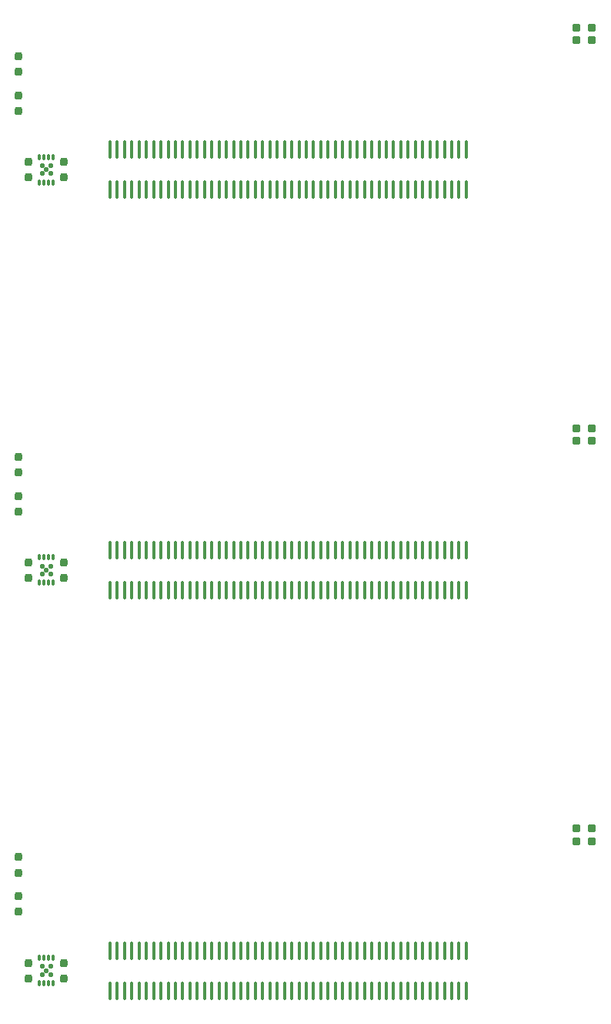
<source format=gtp>
G04 #@! TF.GenerationSoftware,KiCad,Pcbnew,8.0.6*
G04 #@! TF.CreationDate,2024-11-07T02:27:20-08:00*
G04 #@! TF.ProjectId,mse-50-ce-panel,6d73652d-3530-42d6-9365-2d70616e656c,1*
G04 #@! TF.SameCoordinates,Original*
G04 #@! TF.FileFunction,Paste,Top*
G04 #@! TF.FilePolarity,Positive*
%FSLAX46Y46*%
G04 Gerber Fmt 4.6, Leading zero omitted, Abs format (unit mm)*
G04 Created by KiCad (PCBNEW 8.0.6) date 2024-11-07 02:27:20*
%MOMM*%
%LPD*%
G01*
G04 APERTURE LIST*
G04 Aperture macros list*
%AMRoundRect*
0 Rectangle with rounded corners*
0 $1 Rounding radius*
0 $2 $3 $4 $5 $6 $7 $8 $9 X,Y pos of 4 corners*
0 Add a 4 corners polygon primitive as box body*
4,1,4,$2,$3,$4,$5,$6,$7,$8,$9,$2,$3,0*
0 Add four circle primitives for the rounded corners*
1,1,$1+$1,$2,$3*
1,1,$1+$1,$4,$5*
1,1,$1+$1,$6,$7*
1,1,$1+$1,$8,$9*
0 Add four rect primitives between the rounded corners*
20,1,$1+$1,$2,$3,$4,$5,0*
20,1,$1+$1,$4,$5,$6,$7,0*
20,1,$1+$1,$6,$7,$8,$9,0*
20,1,$1+$1,$8,$9,$2,$3,0*%
G04 Aperture macros list end*
%ADD10RoundRect,0.200000X0.200000X-0.250000X0.200000X0.250000X-0.200000X0.250000X-0.200000X-0.250000X0*%
%ADD11RoundRect,0.100000X0.100000X0.900000X-0.100000X0.900000X-0.100000X-0.900000X0.100000X-0.900000X0*%
%ADD12RoundRect,0.125000X0.125000X-0.125000X0.125000X0.125000X-0.125000X0.125000X-0.125000X-0.125000X0*%
%ADD13RoundRect,0.046875X0.103125X-0.253125X0.103125X0.253125X-0.103125X0.253125X-0.103125X-0.253125X0*%
%ADD14RoundRect,0.200000X0.250000X0.200000X-0.250000X0.200000X-0.250000X-0.200000X0.250000X-0.200000X0*%
%ADD15RoundRect,0.200000X-0.200000X0.250000X-0.200000X-0.250000X0.200000X-0.250000X0.200000X0.250000X0*%
%ADD16RoundRect,0.200000X-0.250000X-0.200000X0.250000X-0.200000X0.250000X0.200000X-0.250000X0.200000X0*%
G04 APERTURE END LIST*
D10*
G04 #@! TO.C,C1*
X-70950000Y98152000D03*
X-70950000Y99852000D03*
G04 #@! TD*
D11*
G04 #@! TO.C,J1*
X-62000000Y52802000D03*
X-62000000Y57202000D03*
X-61200000Y52802001D03*
X-61200000Y57201999D03*
X-60400000Y52802000D03*
X-60400000Y57202000D03*
X-59600001Y52802000D03*
X-59600001Y57202000D03*
X-58800000Y52802000D03*
X-58800000Y57202000D03*
X-58000000Y52802000D03*
X-58000000Y57202000D03*
X-57199999Y52802000D03*
X-57199999Y57202000D03*
X-56400000Y52802000D03*
X-56400000Y57202000D03*
X-55600000Y52802001D03*
X-55600000Y57201999D03*
X-54800000Y52802000D03*
X-54800000Y57202000D03*
X-54000000Y52802000D03*
X-54000000Y57202000D03*
X-53200000Y52802000D03*
X-53200000Y57202000D03*
X-52400000Y52802000D03*
X-52400000Y57202000D03*
X-51599999Y52802000D03*
X-51599999Y57202000D03*
X-50800000Y52802000D03*
X-50800000Y57202000D03*
X-50000000Y52802001D03*
X-50000000Y57201999D03*
X-49200000Y52802000D03*
X-49200000Y57202000D03*
X-48400000Y52802000D03*
X-48400000Y57202000D03*
X-47600000Y52802000D03*
X-47600000Y57202000D03*
X-46800000Y52802000D03*
X-46800000Y57202000D03*
X-45999999Y52802000D03*
X-45999999Y57202000D03*
X-45200000Y52802000D03*
X-45200000Y57202000D03*
X-44400000Y52802001D03*
X-44400000Y57201999D03*
X-43600000Y52802000D03*
X-43600000Y57202000D03*
X-42800000Y52802000D03*
X-42800000Y57202000D03*
X-42000000Y52802000D03*
X-42000000Y57202000D03*
X-41200000Y52802000D03*
X-41200000Y57202000D03*
X-40400000Y52802001D03*
X-40400000Y57201999D03*
X-39600000Y52802000D03*
X-39600000Y57202000D03*
X-38800001Y52802000D03*
X-38800001Y57202000D03*
X-38000000Y52802000D03*
X-38000000Y57202000D03*
X-37200000Y52802000D03*
X-37200000Y57202000D03*
X-36400000Y52802000D03*
X-36400000Y57202000D03*
X-35600000Y52802000D03*
X-35600000Y57202000D03*
X-34800000Y52802001D03*
X-34800000Y57201999D03*
X-34000000Y52802000D03*
X-34000000Y57202000D03*
X-33200001Y52802000D03*
X-33200001Y57202000D03*
X-32400000Y52802000D03*
X-32400000Y57202000D03*
X-31600000Y52802000D03*
X-31600000Y57202000D03*
X-30800000Y52802000D03*
X-30800000Y57202000D03*
X-30000000Y52802000D03*
X-30000000Y57202000D03*
X-29200000Y52802001D03*
X-29200000Y57201999D03*
X-28400000Y52802000D03*
X-28400000Y57202000D03*
X-27600001Y52802000D03*
X-27600001Y57202000D03*
X-26800000Y52802000D03*
X-26800000Y57202000D03*
X-26000000Y52802000D03*
X-26000000Y57202000D03*
X-25199999Y52802000D03*
X-25199999Y57202000D03*
X-24400000Y52802000D03*
X-24400000Y57202000D03*
X-23600000Y52802001D03*
X-23600000Y57201999D03*
X-22800000Y52802000D03*
X-22800000Y57202000D03*
G04 #@! TD*
D10*
G04 #@! TO.C,R3*
X-72100000Y17452000D03*
X-72100000Y19152000D03*
G04 #@! TD*
G04 #@! TO.C,R3*
X-72100000Y61452000D03*
X-72100000Y63152000D03*
G04 #@! TD*
D12*
G04 #@! TO.C,U1*
X-69450000Y54552000D03*
X-68550000Y54552000D03*
X-69000000Y55002000D03*
X-69450000Y55452000D03*
X-68550000Y55452000D03*
D13*
X-69750001Y53602000D03*
X-69250000Y53602000D03*
X-68750000Y53602000D03*
X-68249999Y53602000D03*
X-68249999Y56402000D03*
X-68750000Y56402000D03*
X-69250000Y56402000D03*
X-69750001Y56402000D03*
G04 #@! TD*
D10*
G04 #@! TO.C,C1*
X-70950000Y54152000D03*
X-70950000Y55852000D03*
G04 #@! TD*
D14*
G04 #@! TO.C,R4*
X-8950000Y69202000D03*
X-10650000Y69202000D03*
G04 #@! TD*
D15*
G04 #@! TO.C,R2*
X-72100000Y111452000D03*
X-72100000Y109752000D03*
G04 #@! TD*
D16*
G04 #@! TO.C,C2*
X-10650000Y114602000D03*
X-8950000Y114602000D03*
G04 #@! TD*
D10*
G04 #@! TO.C,R1*
X-67050000Y10152000D03*
X-67050000Y11852000D03*
G04 #@! TD*
D16*
G04 #@! TO.C,C2*
X-10650000Y70602000D03*
X-8950000Y70602000D03*
G04 #@! TD*
D10*
G04 #@! TO.C,R3*
X-72100000Y105452000D03*
X-72100000Y107152000D03*
G04 #@! TD*
D11*
G04 #@! TO.C,J1*
X-62000000Y96802000D03*
X-62000000Y101202000D03*
X-61200000Y96802001D03*
X-61200000Y101201999D03*
X-60400000Y96802000D03*
X-60400000Y101202000D03*
X-59600001Y96802000D03*
X-59600001Y101202000D03*
X-58800000Y96802000D03*
X-58800000Y101202000D03*
X-58000000Y96802000D03*
X-58000000Y101202000D03*
X-57199999Y96802000D03*
X-57199999Y101202000D03*
X-56400000Y96802000D03*
X-56400000Y101202000D03*
X-55600000Y96802001D03*
X-55600000Y101201999D03*
X-54800000Y96802000D03*
X-54800000Y101202000D03*
X-54000000Y96802000D03*
X-54000000Y101202000D03*
X-53200000Y96802000D03*
X-53200000Y101202000D03*
X-52400000Y96802000D03*
X-52400000Y101202000D03*
X-51599999Y96802000D03*
X-51599999Y101202000D03*
X-50800000Y96802000D03*
X-50800000Y101202000D03*
X-50000000Y96802001D03*
X-50000000Y101201999D03*
X-49200000Y96802000D03*
X-49200000Y101202000D03*
X-48400000Y96802000D03*
X-48400000Y101202000D03*
X-47600000Y96802000D03*
X-47600000Y101202000D03*
X-46800000Y96802000D03*
X-46800000Y101202000D03*
X-45999999Y96802000D03*
X-45999999Y101202000D03*
X-45200000Y96802000D03*
X-45200000Y101202000D03*
X-44400000Y96802001D03*
X-44400000Y101201999D03*
X-43600000Y96802000D03*
X-43600000Y101202000D03*
X-42800000Y96802000D03*
X-42800000Y101202000D03*
X-42000000Y96802000D03*
X-42000000Y101202000D03*
X-41200000Y96802000D03*
X-41200000Y101202000D03*
X-40400000Y96802001D03*
X-40400000Y101201999D03*
X-39600000Y96802000D03*
X-39600000Y101202000D03*
X-38800001Y96802000D03*
X-38800001Y101202000D03*
X-38000000Y96802000D03*
X-38000000Y101202000D03*
X-37200000Y96802000D03*
X-37200000Y101202000D03*
X-36400000Y96802000D03*
X-36400000Y101202000D03*
X-35600000Y96802000D03*
X-35600000Y101202000D03*
X-34800000Y96802001D03*
X-34800000Y101201999D03*
X-34000000Y96802000D03*
X-34000000Y101202000D03*
X-33200001Y96802000D03*
X-33200001Y101202000D03*
X-32400000Y96802000D03*
X-32400000Y101202000D03*
X-31600000Y96802000D03*
X-31600000Y101202000D03*
X-30800000Y96802000D03*
X-30800000Y101202000D03*
X-30000000Y96802000D03*
X-30000000Y101202000D03*
X-29200000Y96802001D03*
X-29200000Y101201999D03*
X-28400000Y96802000D03*
X-28400000Y101202000D03*
X-27600001Y96802000D03*
X-27600001Y101202000D03*
X-26800000Y96802000D03*
X-26800000Y101202000D03*
X-26000000Y96802000D03*
X-26000000Y101202000D03*
X-25199999Y96802000D03*
X-25199999Y101202000D03*
X-24400000Y96802000D03*
X-24400000Y101202000D03*
X-23600000Y96802001D03*
X-23600000Y101201999D03*
X-22800000Y96802000D03*
X-22800000Y101202000D03*
G04 #@! TD*
D14*
G04 #@! TO.C,R4*
X-8950000Y113202000D03*
X-10650000Y113202000D03*
G04 #@! TD*
D12*
G04 #@! TO.C,U1*
X-69450000Y10552000D03*
X-68550000Y10552000D03*
X-69000000Y11002000D03*
X-69450000Y11452000D03*
X-68550000Y11452000D03*
D13*
X-69750001Y9602000D03*
X-69250000Y9602000D03*
X-68750000Y9602000D03*
X-68249999Y9602000D03*
X-68249999Y12402000D03*
X-68750000Y12402000D03*
X-69250000Y12402000D03*
X-69750001Y12402000D03*
G04 #@! TD*
D12*
G04 #@! TO.C,U1*
X-69450000Y98552000D03*
X-68550000Y98552000D03*
X-69000000Y99002000D03*
X-69450000Y99452000D03*
X-68550000Y99452000D03*
D13*
X-69750001Y97602000D03*
X-69250000Y97602000D03*
X-68750000Y97602000D03*
X-68249999Y97602000D03*
X-68249999Y100402000D03*
X-68750000Y100402000D03*
X-69250000Y100402000D03*
X-69750001Y100402000D03*
G04 #@! TD*
D10*
G04 #@! TO.C,R1*
X-67050000Y98152000D03*
X-67050000Y99852000D03*
G04 #@! TD*
D14*
G04 #@! TO.C,R4*
X-8950000Y25202000D03*
X-10650000Y25202000D03*
G04 #@! TD*
D11*
G04 #@! TO.C,J1*
X-62000000Y8802000D03*
X-62000000Y13202000D03*
X-61200000Y8802001D03*
X-61200000Y13201999D03*
X-60400000Y8802000D03*
X-60400000Y13202000D03*
X-59600001Y8802000D03*
X-59600001Y13202000D03*
X-58800000Y8802000D03*
X-58800000Y13202000D03*
X-58000000Y8802000D03*
X-58000000Y13202000D03*
X-57199999Y8802000D03*
X-57199999Y13202000D03*
X-56400000Y8802000D03*
X-56400000Y13202000D03*
X-55600000Y8802001D03*
X-55600000Y13201999D03*
X-54800000Y8802000D03*
X-54800000Y13202000D03*
X-54000000Y8802000D03*
X-54000000Y13202000D03*
X-53200000Y8802000D03*
X-53200000Y13202000D03*
X-52400000Y8802000D03*
X-52400000Y13202000D03*
X-51599999Y8802000D03*
X-51599999Y13202000D03*
X-50800000Y8802000D03*
X-50800000Y13202000D03*
X-50000000Y8802001D03*
X-50000000Y13201999D03*
X-49200000Y8802000D03*
X-49200000Y13202000D03*
X-48400000Y8802000D03*
X-48400000Y13202000D03*
X-47600000Y8802000D03*
X-47600000Y13202000D03*
X-46800000Y8802000D03*
X-46800000Y13202000D03*
X-45999999Y8802000D03*
X-45999999Y13202000D03*
X-45200000Y8802000D03*
X-45200000Y13202000D03*
X-44400000Y8802001D03*
X-44400000Y13201999D03*
X-43600000Y8802000D03*
X-43600000Y13202000D03*
X-42800000Y8802000D03*
X-42800000Y13202000D03*
X-42000000Y8802000D03*
X-42000000Y13202000D03*
X-41200000Y8802000D03*
X-41200000Y13202000D03*
X-40400000Y8802001D03*
X-40400000Y13201999D03*
X-39600000Y8802000D03*
X-39600000Y13202000D03*
X-38800001Y8802000D03*
X-38800001Y13202000D03*
X-38000000Y8802000D03*
X-38000000Y13202000D03*
X-37200000Y8802000D03*
X-37200000Y13202000D03*
X-36400000Y8802000D03*
X-36400000Y13202000D03*
X-35600000Y8802000D03*
X-35600000Y13202000D03*
X-34800000Y8802001D03*
X-34800000Y13201999D03*
X-34000000Y8802000D03*
X-34000000Y13202000D03*
X-33200001Y8802000D03*
X-33200001Y13202000D03*
X-32400000Y8802000D03*
X-32400000Y13202000D03*
X-31600000Y8802000D03*
X-31600000Y13202000D03*
X-30800000Y8802000D03*
X-30800000Y13202000D03*
X-30000000Y8802000D03*
X-30000000Y13202000D03*
X-29200000Y8802001D03*
X-29200000Y13201999D03*
X-28400000Y8802000D03*
X-28400000Y13202000D03*
X-27600001Y8802000D03*
X-27600001Y13202000D03*
X-26800000Y8802000D03*
X-26800000Y13202000D03*
X-26000000Y8802000D03*
X-26000000Y13202000D03*
X-25199999Y8802000D03*
X-25199999Y13202000D03*
X-24400000Y8802000D03*
X-24400000Y13202000D03*
X-23600000Y8802001D03*
X-23600000Y13201999D03*
X-22800000Y8802000D03*
X-22800000Y13202000D03*
G04 #@! TD*
D15*
G04 #@! TO.C,R2*
X-72100000Y67452000D03*
X-72100000Y65752000D03*
G04 #@! TD*
D10*
G04 #@! TO.C,C1*
X-70950000Y10152000D03*
X-70950000Y11852000D03*
G04 #@! TD*
D16*
G04 #@! TO.C,C2*
X-10650000Y26602000D03*
X-8950000Y26602000D03*
G04 #@! TD*
D15*
G04 #@! TO.C,R2*
X-72100000Y23452000D03*
X-72100000Y21752000D03*
G04 #@! TD*
D10*
G04 #@! TO.C,R1*
X-67050000Y54152000D03*
X-67050000Y55852000D03*
G04 #@! TD*
M02*

</source>
